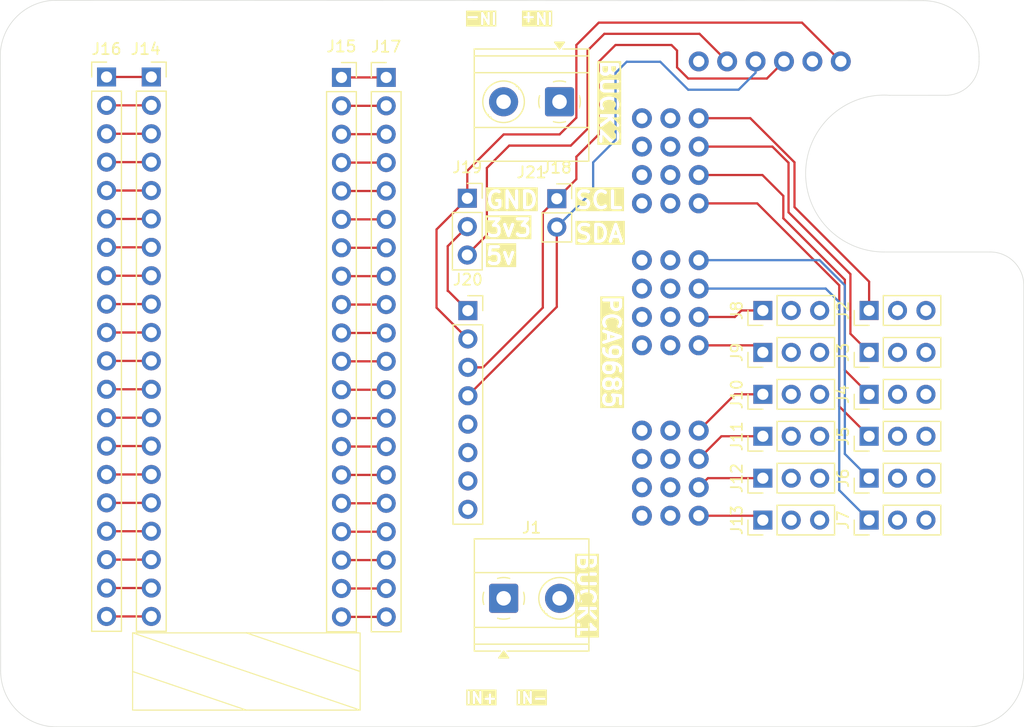
<source format=kicad_pcb>
(kicad_pcb (version 20241229) (generator "pcbnew") (generator_version "9.0")
  (layers (0 "F.Cu" signal) (4 "In1.Cu" signal) (6 "In2.Cu" signal) (2 "B.Cu" signal) (13 "F.Paste" user) (15 "B.Paste" user) (5 "F.SilkS" user "F.Silkscreen") (7 "B.SilkS" user "B.Silkscreen") (1 "F.Mask" user) (3 "B.Mask" user) (25 "Edge.Cuts" user))
  (net 0 "")
  (net 1 "/S1-GND")
  (net 2 "/S1-PWR")
  (net 3 "/PWM-0")
  (net 4 "/PWM-1")
  (net 5 "/PWM-2")
  (net 6 "/PWM-3")
  (net 7 "/PWM-4")
  (net 8 "/PWM-5")
  (net 9 "/PWM-6")
  (net 10 "/S2-PWR")
  (net 11 "/S2-GND")
  (net 12 "/PWM-7")
  (net 13 "/PWM-8")
  (net 14 "/PWM-9")
  (net 15 "/PWM-10")
  (net 16 "/PWM-11")
  (net 17 "/ESP-32Pin")
  (net 18 "/Global SDA")
  (net 19 "/Global SCL")
  (net 20 "/ESP32-5v")
  (net 21 "/ESP32-GND")
  (net 22 "/ESP32-3v3")
  (footprint "Connector_PinHeader_2.54mm:PinHeader_1x03_P2.54mm_Vertical" (layer "F.Cu") (at 146.17 88 90)
    (property "Reference" "J9" (at 0 -2.33 90) (layer "F.SilkS"))
    (property "Value" "Conn_01x03_MountingPin")
    (pad "1" thru_hole rect (at 0 0 90) (size 1.7 1.7) (drill 1) (layers "*.Cu" "*.Mask") (net 12 "/PWM-7"))
    (pad "2" thru_hole oval (at 0 2.54 90) (size 1.7 1.7) (drill 1) (layers "*.Cu" "*.Mask") (net 10 "/S2-PWR"))
    (pad "3" thru_hole oval (at 0 5.08 90) (size 1.7 1.7) (drill 1) (layers "*.Cu" "*.Mask") (net 11 "/S2-GND"))
  )
  (footprint "Connector_PinSocket_2.54mm:PinSocket_1x20_P2.54mm_Vertical" (layer "F.Cu") (at 91.5 63.36)
    (property "Reference" "J14" (at -0.5 -2.5 0) (layer "F.SilkS"))
    (property "Value" "Conn_01x20_Socket")
    (pad "1" thru_hole rect (at 0 0) (size 1.7 1.7) (drill 1) (layers "*.Cu" "*.Mask") (net 17 "/ESP-32Pin"))
    (pad "2" thru_hole oval (at 0 2.54) (size 1.7 1.7) (drill 1) (layers "*.Cu" "*.Mask") (net 17 "/ESP-32Pin"))
    (pad "3" thru_hole oval (at 0 5.08) (size 1.7 1.7) (drill 1) (layers "*.Cu" "*.Mask") (net 17 "/ESP-32Pin"))
    (pad "4" thru_hole oval (at 0 7.62) (size 1.7 1.7) (drill 1) (layers "*.Cu" "*.Mask") (net 17 "/ESP-32Pin"))
    (pad "5" thru_hole oval (at 0 10.16) (size 1.7 1.7) (drill 1) (layers "*.Cu" "*.Mask") (net 17 "/ESP-32Pin"))
    (pad "6" thru_hole oval (at 0 12.7) (size 1.7 1.7) (drill 1) (layers "*.Cu" "*.Mask") (net 17 "/ESP-32Pin"))
    (pad "7" thru_hole oval (at 0 15.24) (size 1.7 1.7) (drill 1) (layers "*.Cu" "*.Mask") (net 17 "/ESP-32Pin"))
    (pad "8" thru_hole oval (at 0 17.78) (size 1.7 1.7) (drill 1) (layers "*.Cu" "*.Mask") (net 17 "/ESP-32Pin"))
    (pad "9" thru_hole oval (at 0 20.32) (size 1.7 1.7) (drill 1) (layers "*.Cu" "*.Mask") (net 17 "/ESP-32Pin"))
    (pad "10" thru_hole oval (at 0 22.86) (size 1.7 1.7) (drill 1) (layers "*.Cu" "*.Mask") (net 17 "/ESP-32Pin"))
    (pad "11" thru_hole oval (at 0 25.4) (size 1.7 1.7) (drill 1) (layers "*.Cu" "*.Mask") (net 17 "/ESP-32Pin"))
    (pad "12" thru_hole oval (at 0 27.94) (size 1.7 1.7) (drill 1) (layers "*.Cu" "*.Mask") (net 17 "/ESP-32Pin"))
    (pad "13" thru_hole oval (at 0 30.48) (size 1.7 1.7) (drill 1) (layers "*.Cu" "*.Mask") (net 17 "/ESP-32Pin"))
    (pad "14" thru_hole oval (at 0 33.02) (size 1.7 1.7) (drill 1) (layers "*.Cu" "*.Mask") (net 17 "/ESP-32Pin"))
    (pad "15" thru_hole oval (at 0 35.56) (size 1.7 1.7) (drill 1) (layers "*.Cu" "*.Mask") (net 17 "/ESP-32Pin"))
    (pad "16" thru_hole oval (at 0 38.1) (size 1.7 1.7) (drill 1) (layers "*.Cu" "*.Mask") (net 17 "/ESP-32Pin"))
    (pad "17" thru_hole oval (at 0 40.64) (size 1.7 1.7) (drill 1) (layers "*.Cu" "*.Mask") (net 17 "/ESP-32Pin"))
    (pad "18" thru_hole oval (at 0 43.18) (size 1.7 1.7) (drill 1) (layers "*.Cu" "*.Mask") (net 17 "/ESP-32Pin"))
    (pad "19" thru_hole oval (at 0 45.72) (size 1.7 1.7) (drill 1) (layers "*.Cu" "*.Mask") (net 17 "/ESP-32Pin"))
    (pad "20" thru_hole oval (at 0 48.26) (size 1.7 1.7) (drill 1) (layers "*.Cu" "*.Mask") (net 17 "/ESP-32Pin"))
  )
  (footprint "Connector_PinHeader_2.54mm:PinHeader_1x03_P2.54mm_Vertical" (layer "F.Cu") (at 155.67 99.25 90)
    (property "Reference" "J6" (at 0 -2.33 90) (layer "F.SilkS"))
    (property "Value" "Conn_01x03_MountingPin")
    (pad "1" thru_hole rect (at 0 0 90) (size 1.7 1.7) (drill 1) (layers "*.Cu" "*.Mask") (net 7 "/PWM-4"))
    (pad "2" thru_hole oval (at 0 2.54 90) (size 1.7 1.7) (drill 1) (layers "*.Cu" "*.Mask") (net 2 "/S1-PWR"))
    (pad "3" thru_hole oval (at 0 5.08 90) (size 1.7 1.7) (drill 1) (layers "*.Cu" "*.Mask") (net 1 "/S1-GND"))
  )
  (footprint "Connector_PinSocket_2.54mm:PinSocket_1x02_P2.54mm_Vertical" (layer "F.Cu") (at 127.75 74.25)
    (property "Reference" "J18" (at 0 -2.77 0) (layer "F.SilkS"))
    (property "Value" "Conn_01x02_Pin")
    (pad "1" thru_hole rect (at 0 0) (size 1.7 1.7) (drill 1) (layers "*.Cu" "*.Mask") (net 19 "/Global SCL"))
    (pad "2" thru_hole oval (at 0 2.54) (size 1.7 1.7) (drill 1) (layers "*.Cu" "*.Mask") (net 18 "/Global SDA"))
  )
  (footprint "TerminalBlock_Phoenix:TerminalBlock_Phoenix_MKDS-1,5-2_1x02_P5.00mm_Horizontal" (layer "F.Cu") (at 127.993453 65.5775 180)
    (property "Reference" "J21" (at 2.5 -6.32 0) (layer "F.SilkS"))
    (property "Value" "Screw_Terminal_01x02")
    (pad "1" thru_hole roundrect (at 0 0 180) (size 2.6 2.6) (drill 1.3) (layers "*.Cu" "*.Mask") (roundrect_rratio 0.096154) (net 10 "/S2-PWR"))
    (pad "2" thru_hole circle (at 5 0 180) (size 2.6 2.6) (drill 1.3) (layers "*.Cu" "*.Mask") (net 11 "/S2-GND"))
  )
  (footprint "Connector_PinHeader_2.54mm:PinHeader_1x03_P2.54mm_Vertical" (layer "F.Cu") (at 155.67 91.75 90)
    (property "Reference" "J4" (at 0 -2.33 90) (layer "F.SilkS"))
    (property "Value" "Conn_01x03_MountingPin")
    (pad "1" thru_hole rect (at 0 0 90) (size 1.7 1.7) (drill 1) (layers "*.Cu" "*.Mask") (net 5 "/PWM-2"))
    (pad "2" thru_hole oval (at 0 2.54 90) (size 1.7 1.7) (drill 1) (layers "*.Cu" "*.Mask") (net 2 "/S1-PWR"))
    (pad "3" thru_hole oval (at 0 5.08 90) (size 1.7 1.7) (drill 1) (layers "*.Cu" "*.Mask") (net 1 "/S1-GND"))
  )
  (footprint "Connector_PinHeader_2.54mm:PinHeader_1x20_P2.54mm_Vertical" (layer "F.Cu") (at 112.5 63.4)
    (property "Reference" "J17" (at 0 -2.75 0) (layer "F.SilkS"))
    (property "Value" "Conn_01x20_Pin")
    (pad "1" thru_hole rect (at 0 0) (size 1.7 1.7) (drill 1) (layers "*.Cu" "*.Mask") (net 17 "/ESP-32Pin"))
    (pad "2" thru_hole oval (at 0 2.54) (size 1.7 1.7) (drill 1) (layers "*.Cu" "*.Mask") (net 17 "/ESP-32Pin"))
    (pad "3" thru_hole oval (at 0 5.08) (size 1.7 1.7) (drill 1) (layers "*.Cu" "*.Mask") (net 17 "/ESP-32Pin"))
    (pad "4" thru_hole oval (at 0 7.62) (size 1.7 1.7) (drill 1) (layers "*.Cu" "*.Mask") (net 17 "/ESP-32Pin"))
    (pad "5" thru_hole oval (at 0 10.16) (size 1.7 1.7) (drill 1) (layers "*.Cu" "*.Mask") (net 17 "/ESP-32Pin"))
    (pad "6" thru_hole oval (at 0 12.7) (size 1.7 1.7) (drill 1) (layers "*.Cu" "*.Mask") (net 17 "/ESP-32Pin"))
    (pad "7" thru_hole oval (at 0 15.24) (size 1.7 1.7) (drill 1) (layers "*.Cu" "*.Mask") (net 17 "/ESP-32Pin"))
    (pad "8" thru_hole oval (at 0 17.78) (size 1.7 1.7) (drill 1) (layers "*.Cu" "*.Mask") (net 17 "/ESP-32Pin"))
    (pad "9" thru_hole oval (at 0 20.32) (size 1.7 1.7) (drill 1) (layers "*.Cu" "*.Mask") (net 17 "/ESP-32Pin"))
    (pad "10" thru_hole oval (at 0 22.86) (size 1.7 1.7) (drill 1) (layers "*.Cu" "*.Mask") (net 17 "/ESP-32Pin"))
    (pad "11" thru_hole oval (at 0 25.4) (size 1.7 1.7) (drill 1) (layers "*.Cu" "*.Mask") (net 17 "/ESP-32Pin"))
    (pad "12" thru_hole oval (at 0 27.94) (size 1.7 1.7) (drill 1) (layers "*.Cu" "*.Mask") (net 17 "/ESP-32Pin"))
    (pad "13" thru_hole oval (at 0 30.48) (size 1.7 1.7) (drill 1) (layers "*.Cu" "*.Mask") (net 17 "/ESP-32Pin"))
    (pad "14" thru_hole oval (at 0 33.02) (size 1.7 1.7) (drill 1) (layers "*.Cu" "*.Mask") (net 17 "/ESP-32Pin"))
    (pad "15" thru_hole oval (at 0 35.56) (size 1.7 1.7) (drill 1) (layers "*.Cu" "*.Mask") (net 17 "/ESP-32Pin"))
    (pad "16" thru_hole oval (at 0 38.1) (size 1.7 1.7) (drill 1) (layers "*.Cu" "*.Mask") (net 17 "/ESP-32Pin"))
    (pad "17" thru_hole oval (at 0 40.64) (size 1.7 1.7) (drill 1) (layers "*.Cu" "*.Mask") (net 17 "/ESP-32Pin"))
    (pad "18" thru_hole oval (at 0 43.18) (size 1.7 1.7) (drill 1) (layers "*.Cu" "*.Mask") (net 17 "/ESP-32Pin"))
    (pad "19" thru_hole oval (at 0 45.72) (size 1.7 1.7) (drill 1) (layers "*.Cu" "*.Mask") (net 17 "/ESP-32Pin"))
    (pad "20" thru_hole oval (at 0 48.26) (size 1.7 1.7) (drill 1) (layers "*.Cu" "*.Mask") (net 17 "/ESP-32Pin"))
  )
  (footprint "Connector_PinHeader_2.54mm:PinHeader_1x03_P2.54mm_Vertical" (layer "F.Cu") (at 146.17 103 90)
    (property "Reference" "J13" (at 0 -2.33 90) (layer "F.SilkS"))
    (property "Value" "Conn_01x03_MountingPin")
    (pad "1" thru_hole rect (at 0 0 90) (size 1.7 1.7) (drill 1) (layers "*.Cu" "*.Mask") (net 16 "/PWM-11"))
    (pad "2" thru_hole oval (at 0 2.54 90) (size 1.7 1.7) (drill 1) (layers "*.Cu" "*.Mask") (net 10 "/S2-PWR"))
    (pad "3" thru_hole oval (at 0 5.08 90) (size 1.7 1.7) (drill 1) (layers "*.Cu" "*.Mask") (net 11 "/S2-GND"))
  )
  (footprint "Connector_PinHeader_2.54mm:PinHeader_1x03_P2.54mm_Vertical" (layer "F.Cu") (at 155.67 88 90)
    (property "Reference" "J3" (at 0 -2.33 90) (layer "F.SilkS"))
    (property "Value" "Conn_01x03_MountingPin")
    (pad "1" thru_hole rect (at 0 0 90) (size 1.7 1.7) (drill 1) (layers "*.Cu" "*.Mask") (net 4 "/PWM-1"))
    (pad "2" thru_hole oval (at 0 2.54 90) (size 1.7 1.7) (drill 1) (layers "*.Cu" "*.Mask") (net 2 "/S1-PWR"))
    (pad "3" thru_hole oval (at 0 5.08 90) (size 1.7 1.7) (drill 1) (layers "*.Cu" "*.Mask") (net 1 "/S1-GND"))
  )
  (footprint "Connector_PinSocket_2.54mm:PinSocket_1x20_P2.54mm_Vertical" (layer "F.Cu") (at 108.5 63.4)
    (property "Reference" "J15" (at 0 -2.77 0) (layer "F.SilkS"))
    (property "Value" "Conn_01x20_Socket")
    (pad "1" thru_hole rect (at 0 0) (size 1.7 1.7) (drill 1) (layers "*.Cu" "*.Mask") (net 17 "/ESP-32Pin"))
    (pad "2" thru_hole oval (at 0 2.54) (size 1.7 1.7) (drill 1) (layers "*.Cu" "*.Mask") (net 17 "/ESP-32Pin"))
    (pad "3" thru_hole oval (at 0 5.08) (size 1.7 1.7) (drill 1) (layers "*.Cu" "*.Mask") (net 17 "/ESP-32Pin"))
    (pad "4" thru_hole oval (at 0 7.62) (size 1.7 1.7) (drill 1) (layers "*.Cu" "*.Mask") (net 17 "/ESP-32Pin"))
    (pad "5" thru_hole oval (at 0 10.16) (size 1.7 1.7) (drill 1) (layers "*.Cu" "*.Mask") (net 17 "/ESP-32Pin"))
    (pad "6" thru_hole oval (at 0 12.7) (size 1.7 1.7) (drill 1) (layers "*.Cu" "*.Mask") (net 17 "/ESP-32Pin"))
    (pad "7" thru_hole oval (at 0 15.24) (size 1.7 1.7) (drill 1) (layers "*.Cu" "*.Mask") (net 17 "/ESP-32Pin"))
    (pad "8" thru_hole oval (at 0 17.78) (size 1.7 1.7) (drill 1) (layers "*.Cu" "*.Mask") (net 17 "/ESP-32Pin"))
    (pad "9" thru_hole oval (at 0 20.32) (size 1.7 1.7) (drill 1) (layers "*.Cu" "*.Mask") (net 17 "/ESP-32Pin"))
    (pad "10" thru_hole oval (at 0 22.86) (size 1.7 1.7) (drill 1) (layers "*.Cu" "*.Mask") (net 17 "/ESP-32Pin"))
    (pad "11" thru_hole oval (at 0 25.4) (size 1.7 1.7) (drill 1) (layers "*.Cu" "*.Mask") (net 17 "/ESP-32Pin"))
    (pad "12" thru_hole oval (at 0 27.94) (size 1.7 1.7) (drill 1) (layers "*.Cu" "*.Mask") (net 17 "/ESP-32Pin"))
    (pad "13" thru_hole oval (at 0 30.48) (size 1.7 1.7) (drill 1) (layers "*.Cu" "*.Mask") (net 17 "/ESP-32Pin"))
    (pad "14" thru_hole oval (at 0 33.02) (size 1.7 1.7) (drill 1) (layers "*.Cu" "*.Mask") (net 17 "/ESP-32Pin"))
    (pad "15" thru_hole oval (at 0 35.56) (size 1.7 1.7) (drill 1) (layers "*.Cu" "*.Mask") (net 17 "/ESP-32Pin"))
    (pad "16" thru_hole oval (at 0 38.1) (size 1.7 1.7) (drill 1) (layers "*.Cu" "*.Mask") (net 17 "/ESP-32Pin"))
    (pad "17" thru_hole oval (at 0 40.64) (size 1.7 1.7) (drill 1) (layers "*.Cu" "*.Mask") (net 17 "/ESP-32Pin"))
    (pad "18" thru_hole oval (at 0 43.18) (size 1.7 1.7) (drill 1) (layers "*.Cu" "*.Mask") (net 17 "/ESP-32Pin"))
    (pad "19" thru_hole oval (at 0 45.72) (size 1.7 1.7) (drill 1) (layers "*.Cu" "*.Mask") (net 17 "/ESP-32Pin"))
    (pad "20" thru_hole oval (at 0 48.26) (size 1.7 1.7) (drill 1) (layers "*.Cu" "*.Mask") (net 17 "/ESP-32Pin"))
  )
  (footprint "Connector_PinHeader_2.54mm:PinHeader_1x03_P2.54mm_Vertical" (layer "F.Cu") (at 146.17 95.5 90)
    (property "Reference" "J11" (at 0 -2.33 90) (layer "F.SilkS"))
    (property "Value" "Conn_01x03_MountingPin")
    (pad "1" thru_hole rect (at 0 0 90) (size 1.7 1.7) (drill 1) (layers "*.Cu" "*.Mask") (net 14 "/PWM-9"))
    (pad "2" thru_hole oval (at 0 2.54 90) (size 1.7 1.7) (drill 1) (layers "*.Cu" "*.Mask") (net 10 "/S2-PWR"))
    (pad "3" thru_hole oval (at 0 5.08 90) (size 1.7 1.7) (drill 1) (layers "*.Cu" "*.Mask") (net 11 "/S2-GND"))
  )
  (footprint "TerminalBlock_Phoenix:TerminalBlock_Phoenix_MKDS-1,5-2_1x02_P5.00mm_Horizontal" (layer "F.Cu") (at 123 110)
    (property "Reference" "J1" (at 2.5 -6.32 0) (layer "F.SilkS"))
    (property "Value" "Screw_Terminal_01x02")
    (pad "1" thru_hole roundrect (at 0 0) (size 2.6 2.6) (drill 1.3) (layers "*.Cu" "*.Mask") (roundrect_rratio 0.096154) (net 2 "/S1-PWR"))
    (pad "2" thru_hole circle (at 5 0) (size 2.6 2.6) (drill 1.3) (layers "*.Cu" "*.Mask") (net 1 "/S1-GND"))
  )
  (footprint "Connector_PinHeader_2.54mm:PinHeader_1x20_P2.54mm_Vertical" (layer "F.Cu") (at 87.5 63.36)
    (property "Reference" "J16" (at 0 -2.5 0) (layer "F.SilkS"))
    (property "Value" "Conn_01x20_Pin")
    (pad "1" thru_hole rect (at 0 0) (size 1.7 1.7) (drill 1) (layers "*.Cu" "*.Mask") (net 17 "/ESP-32Pin"))
    (pad "2" thru_hole oval (at 0 2.54) (size 1.7 1.7) (drill 1) (layers "*.Cu" "*.Mask") (net 17 "/ESP-32Pin"))
    (pad "3" thru_hole oval (at 0 5.08) (size 1.7 1.7) (drill 1) (layers "*.Cu" "*.Mask") (net 17 "/ESP-32Pin"))
    (pad "4" thru_hole oval (at 0 7.62) (size 1.7 1.7) (drill 1) (layers "*.Cu" "*.Mask") (net 17 "/ESP-32Pin"))
    (pad "5" thru_hole oval (at 0 10.16) (size 1.7 1.7) (drill 1) (layers "*.Cu" "*.Mask") (net 17 "/ESP-32Pin"))
    (pad "6" thru_hole oval (at 0 12.7) (size 1.7 1.7) (drill 1) (layers "*.Cu" "*.Mask") (net 17 "/ESP-32Pin"))
    (pad "7" thru_hole oval (at 0 15.24) (size 1.7 1.7) (drill 1) (layers "*.Cu" "*.Mask") (net 17 "/ESP-32Pin"))
    (pad "8" thru_hole oval (at 0 17.78) (size 1.7 1.7) (drill 1) (layers "*.Cu" "*.Mask") (net 17 "/ESP-32Pin"))
    (pad "9" thru_hole oval (at 0 20.32) (size 1.7 1.7) (drill 1) (layers "*.Cu" "*.Mask") (net 17 "/ESP-32Pin"))
    (pad "10" thru_hole oval (at 0 22.86) (size 1.7 1.7) (drill 1) (layers "*.Cu" "*.Mask") (net 17 "/ESP-32Pin"))
    (pad "11" thru_hole oval (at 0 25.4) (size 1.7 1.7) (drill 1) (layers "*.Cu" "*.Mask") (net 17 "/ESP-32Pin"))
    (pad "12" thru_hole oval (at 0 27.94) (size 1.7 1.7) (drill 1) (layers "*.Cu" "*.Mask") (net 17 "/ESP-32Pin"))
    (pad "13" thru_hole oval (at 0 30.48) (size 1.7 1.7) (drill 1) (layers "*.Cu" "*.Mask") (net 17 "/ESP-32Pin"))
    (pad "14" thru_hole oval (at 0 33.02) (size 1.7 1.7) (drill 1) (layers "*.Cu" "*.Mask") (net 17 "/ESP-32Pin"))
    (pad "15" thru_hole oval (at 0 35.56) (size 1.7 1.7) (drill 1) (layers "*.Cu" "*.Mask") (net 17 "/ESP-32Pin"))
    (pad "16" thru_hole oval (at 0 38.1) (size 1.7 1.7) (drill 1) (layers "*.Cu" "*.Mask") (net 17 "/ESP-32Pin"))
    (pad "17" thru_hole oval (at 0 40.64) (size 1.7 1.7) (drill 1) (layers "*.Cu" "*.Mask") (net 17 "/ESP-32Pin"))
    (pad "18" thru_hole oval (at 0 43.18) (size 1.7 1.7) (drill 1) (layers "*.Cu" "*.Mask") (net 17 "/ESP-32Pin"))
    (pad "19" thru_hole oval (at 0 45.72) (size 1.7 1.7) (drill 1) (layers "*.Cu" "*.Mask") (net 17 "/ESP-32Pin"))
    (pad "20" thru_hole oval (at 0 48.26) (size 1.7 1.7) (drill 1) (layers "*.Cu" "*.Mask") (net 17 "/ESP-32Pin"))
  )
  (footprint "Connector_PinHeader_2.54mm:PinHeader_1x03_P2.54mm_Vertical" (layer "F.Cu") (at 146.17 84.25 90)
    (property "Reference" "J8" (at 0 -2.33 90) (layer "F.SilkS"))
    (property "Value" "Conn_01x03_MountingPin")
    (pad "1" thru_hole rect (at 0 0 90) (size 1.7 1.7) (drill 1) (layers "*.Cu" "*.Mask") (net 9 "/PWM-6"))
    (pad "2" thru_hole oval (at 0 2.54 90) (size 1.7 1.7) (drill 1) (layers "*.Cu" "*.Mask") (net 10 "/S2-PWR"))
    (pad "3" thru_hole oval (at 0 5.08 90) (size 1.7 1.7) (drill 1) (layers "*.Cu" "*.Mask") (net 11 "/S2-GND"))
  )
  (footprint "Connector_PinHeader_2.54mm:PinHeader_1x03_P2.54mm_Vertical" (layer "F.Cu") (at 155.67 95.5 90)
    (property "Reference" "J5" (at 0 -2.33 90) (layer "F.SilkS"))
    (property "Value" "Conn_01x03_MountingPin")
    (pad "1" thru_hole rect (at 0 0 90) (size 1.7 1.7) (drill 1) (layers "*.Cu" "*.Mask") (net 6 "/PWM-3"))
    (pad "2" thru_hole oval (at 0 2.54 90) (size 1.7 1.7) (drill 1) (layers "*.Cu" "*.Mask") (net 2 "/S1-PWR"))
    (pad "3" thru_hole oval (at 0 5.08 90) (size 1.7 1.7) (drill 1) (layers "*.Cu" "*.Mask") (net 1 "/S1-GND"))
  )
  (footprint "Connector_PinHeader_2.54mm:PinHeader_1x03_P2.54mm_Vertical" (layer "F.Cu") (at 146.17 91.75 90)
    (property "Reference" "J10" (at 0 -2.33 90) (layer "F.SilkS"))
    (property "Value" "Conn_01x03_MountingPin")
    (pad "1" thru_hole rect (at 0 0 90) (size 1.7 1.7) (drill 1) (layers "*.Cu" "*.Mask") (net 13 "/PWM-8"))
    (pad "2" thru_hole oval (at 0 2.54 90) (size 1.7 1.7) (drill 1) (layers "*.Cu" "*.Mask") (net 10 "/S2-PWR"))
    (pad "3" thru_hole oval (at 0 5.08 90) (size 1.7 1.7) (drill 1) (layers "*.Cu" "*.Mask") (net 11 "/S2-GND"))
  )
  (footprint "Connector_PinSocket_2.54mm:PinSocket_1x08_P2.54mm_Vertical" (layer "F.Cu") (at 119.8 84.26)
    (property "Reference" "J20" (at 0 -2.77 0) (layer "F.SilkS"))
    (property "Value" "Conn_01x08_Pin")
    (pad "1" thru_hole rect (at 0 0) (size 1.7 1.7) (drill 1) (layers "*.Cu" "*.Mask") (net 22 "/ESP32-3v3"))
    (pad "2" thru_hole oval (at 0 2.54) (size 1.7 1.7) (drill 1) (layers "*.Cu" "*.Mask") (net 21 "/ESP32-GND"))
    (pad "3" thru_hole oval (at 0 5.08) (size 1.7 1.7) (drill 1) (layers "*.Cu" "*.Mask") (net 19 "/Global SCL"))
    (pad "4" thru_hole oval (at 0 7.62) (size 1.7 1.7) (drill 1) (layers "*.Cu" "*.Mask") (net 18 "/Global SDA"))
    (pad "5" thru_hole oval (at 0 10.16) (size 1.7 1.7) (drill 1) (layers "*.Cu" "*.Mask"))
    (pad "6" thru_hole oval (at 0 12.7) (size 1.7 1.7) (drill 1) (layers "*.Cu" "*.Mask"))
    (pad "7" thru_hole oval (at 0 15.24) (size 1.7 1.7) (drill 1) (layers "*.Cu" "*.Mask"))
    (pad "8" thru_hole oval (at 0 17.78) (size 1.7 1.7) (drill 1) (layers "*.Cu" "*.Mask"))
  )
  (footprint "Connector_PinHeader_2.54mm:PinHeader_1x03_P2.54mm_Vertical" (layer "F.Cu") (at 146.17 99.25 90)
    (property "Reference" "J12" (at 0 -2.33 90) (layer "F.SilkS"))
    (property "Value" "Conn_01x03_MountingPin")
    (pad "1" thru_hole rect (at 0 0 90) (size 1.7 1.7) (drill 1) (layers "*.Cu" "*.Mask") (net 15 "/PWM-10"))
    (pad "2" thru_hole oval (at 0 2.54 90) (size 1.7 1.7) (drill 1) (layers "*.Cu" "*.Mask") (net 10 "/S2-PWR"))
    (pad "3" thru_hole oval (at 0 5.08 90) (size 1.7 1.7) (drill 1) (layers "*.Cu" "*.Mask") (net 11 "/S2-GND"))
  )
  (footprint "Connector_PinSocket_2.54mm:PinSocket_1x03_P2.54mm_Vertical" (layer "F.Cu") (at 119.75 74.21)
    (property "Reference" "J19" (at 0 -2.77 0) (layer "F.SilkS"))
    (property "Value" "Conn_01x03_Pin")
    (pad "1" thru_hole rect (at 0 0) (size 1.7 1.7) (drill 1) (layers "*.Cu" "*.Mask") (net 21 "/ESP32-GND"))
    (pad "2" thru_hole oval (at 0 2.54) (size 1.7 1.7) (drill 1) (layers "*.Cu" "*.Mask") (net 22 "/ESP32-3v3"))
    (pad "3" thru_hole oval (at 0 5.08) (size 1.7 1.7) (drill 1) (layers "*.Cu" "*.Mask") (net 20 "/ESP32-5v"))
  )
  (footprint "Connector_PinHeader_2.54mm:PinHeader_1x03_P2.54mm_Vertical" (layer "F.Cu") (at 155.67 103 90)
    (property "Reference" "J7" (at 0 -2.33 90) (layer "F.SilkS"))
    (property "Value" "Conn_01x03_MountingPin")
    (pad "1" thru_hole rect (at 0 0 90) (size 1.7 1.7) (drill 1) (layers "*.Cu" "*.Mask") (net 8 "/PWM-5"))
    (pad "2" thru_hole oval (at 0 2.54 90) (size 1.7 1.7) (drill 1) (layers "*.Cu" "*.Mask") (net 2 "/S1-PWR"))
    (pad "3" thru_hole oval (at 0 5.08 90) (size 1.7 1.7) (drill 1) (layers "*.Cu" "*.Mask") (net 1 "/S1-GND"))
  )
  (footprint "spotmicro:MODULE_815" (layer "F.Cu") (at 146.663 91.18 -90)
    (property "Reference" "U2" (hide yes))
    (property "Value" "PCA9685" (hide yes))
    (pad "0" thru_hole circle (at -24.13 6.223 270) (size 1.778 1.778) (drill 1) (layers "*.Cu" "*.Mask") (net 3 "/PWM-0"))
    (pad "1" thru_hole circle (at -21.59 6.223 270) (size 1.778 1.778) (drill 1) (layers "*.Cu" "*.Mask") (net 4 "/PWM-1"))
    (pad "2" thru_hole circle (at -19.05 6.223 270) (size 1.778 1.778) (drill 1) (layers "*.Cu" "*.Mask") (net 5 "/PWM-2"))
    (pad "3" thru_hole circle (at -16.51 6.223 270) (size 1.778 1.778) (drill 1) (layers "*.Cu" "*.Mask") (net 6 "/PWM-3"))
    (pad "4" thru_hole circle (at -11.43 6.223 270) (size 1.778 1.778) (drill 1) (layers "*.Cu" "*.Mask") (net 7 "/PWM-4"))
    (pad "5" thru_hole circle (at -8.89 6.223 270) (size 1.778 1.778) (drill 1) (layers "*.Cu" "*.Mask") (net 8 "/PWM-5"))
    (pad "6" thru_hole circle (at -6.35 6.223 270) (size 1.778 1.778) (drill 1) (layers "*.Cu" "*.Mask") (net 9 "/PWM-6"))
    (pad "7" thru_hole circle (at -3.81 6.223 270) (size 1.778 1.778) (drill 1) (layers "*.Cu" "*.Mask") (net 12 "/PWM-7"))
    (pad "8" thru_hole circle (at 3.81 6.223 270) (size 1.778 1.778) (drill 1) (layers "*.Cu" "*.Mask") (net 13 "/PWM-8"))
    (pad "9" thru_hole circle (at 6.35 6.223 270) (size 1.778 1.778) (drill 1) (layers "*.Cu" "*.Mask") (net 14 "/PWM-9"))
    (pad "10" thru_hole circle (at 8.89 6.223 270) (size 1.778 1.778) (drill 1) (layers "*.Cu" "*.Mask") (net 15 "/PWM-10"))
    (pad "11" thru_hole circle (at 11.43 6.223 270) (size 1.778 1.778) (drill 1) (layers "*.Cu" "*.Mask") (net 16 "/PWM-11"))
    (pad "GND_1" thru_hole circle (at -29.21 -6.477 270) (size 1.778 1.778) (drill 1.016) (layers "*.Cu" "*.Mask") (net 21 "/ESP32-GND"))
    (pad "GND_3" thru_hole circle (at -24.13 11.303 270) (size 1.778 1.778) (drill 1) (layers "*.Cu" "*.Mask"))
    (pad "GND_4" thru_hole circle (at -21.59 11.303 270) (size 1.778 1.778) (drill 1) (layers "*.Cu" "*.Mask"))
    (pad "GND_5" thru_hole circle (at -19.05 11.303 270) (size 1.778 1.778) (drill 1) (layers "*.Cu" "*.Mask"))
    (pad "GND_6" thru_hole circle (at -16.51 11.303 270) (size 1.778 1.778) (drill 1) (layers "*.Cu" "*.Mask"))
    (pad "GND_7" thru_hole circle (at -11.43 11.303 270) (size 1.778 1.778) (drill 1) (layers "*.Cu" "*.Mask"))
    (pad "GND_8" thru_hole circle (at -8.89 11.303 270) (size 1.778 1.778) (drill 1) (layers "*.Cu" "*.Mask"))
    (pad "GND_9" thru_hole circle (at -6.35 11.303 270) (size 1.778 1.778) (drill 1) (layers "*.Cu" "*.Mask"))
    (pad "GND_10" thru_hole circle (at -3.81 11.303 270) (size 1.778 1.778) (drill 1) (layers "*.Cu" "*.Mask"))
    (pad "GND_11" thru_hole circle (at 3.81 11.303 270) (size 1.778 1.778) (drill 1) (layers "*.Cu" "*.Mask"))
    (pad "GND_12" thru_hole circle (at 6.35 11.303 270) (size 1.778 1.778) (drill 1) (layers "*.Cu" "*.Mask"))
    (pad "GND_13" thru_hole circle (at 8.89 11.303 270) (size 1.778 1.778) (drill 1) (layers "*.Cu" "*.Mask"))
    (pad "GND_14" thru_hole circle (at 11.43 11.303 270) (size 1.778 1.778) (drill 1) (layers "*.Cu" "*.Mask"))
    (pad "OE_1" thru_hole circle (at -29.21 -3.937 270) (size 1.778 1.778) (drill 1.016) (layers "*.Cu" "*.Mask"))
    (pad "SCL_1" thru_hole circle (at -29.21 -1.397 270) (size 1.778 1.778) (drill 1.016) (layers "*.Cu" "*.Mask") (net 19 "/Global SCL"))
    (pad "SDA_1" thru_hole circle (at -29.21 1.143 270) (size 1.778 1.778) (drill 1.016) (layers "*.Cu" "*.Mask") (net 18 "/Global SDA"))
    (pad "V+_1" thru_hole circle (at -29.21 6.223 270) (size 1.778 1.778) (drill 1.016) (layers "*.Cu" "*.Mask"))
    (pad "V+_3" thru_hole circle (at -24.13 8.763 270) (size 1.778 1.778) (drill 1) (layers "*.Cu" "*.Mask"))
    (pad "V+_4" thru_hole circle (at -21.59 8.763 270) (size 1.778 1.778) (drill 1) (layers "*.Cu" "*.Mask"))
    (pad "V+_5" thru_hole circle (at -19.05 8.763 270) (size 1.778 1.778) (drill 1) (layers "*.Cu" "*.Mask"))
    (pad "V+_6" thru_hole circle (at -16.51 8.763 270) (size 1.778 1.778) (drill 1) (layers "*.Cu" "*.Mask"))
    (pad "V+_7" thru_hole circle (at -11.43 8.763 270) (size 1.778 1.778) (drill 1) (layers "*.Cu" "*.Mask"))
    (pad "V+_8" thru_hole circle (at -8.89 8.763 270) (size 1.778 1.778) (drill 1) (layers "*.Cu" "*.Mask"))
    (pad "V+_9" thru_hole circle (at -6.35 8.763 270) (size 1.778 1.778) (drill 1) (layers "*.Cu" "*.Mask"))
    (pad "V+_10" thru_hole circle (at -3.81 8.763 270) (size 1.778 1.778) (drill 1) (layers "*.Cu" "*.Mask"))
    (pad "V+_11" thru_hole circle (at 3.81 8.763 270) (size 1.778 1.778) (drill 1) (layers "*.Cu" "*.Mask"))
    (pad "V+_12" thru_hole circle (at 6.35 8.763 270) (size 1.778 1.778) (drill 1) (layers "*.Cu" "*.Mask"))
    (pad "V+_13" thru_hole circle (at 8.89 8.763 270) (size 1.778 1.778) (drill 1) (layers "*.Cu" "*.Mask"))
    (pad "V+_14" thru_hole circle (at 11.43 8.763 270) (size 1.778 1.778) (drill 1) (layers "*.Cu" "*.Mask"))
    (pad "VCC_1" thru_hole circle (at -29.21 3.683 270) (size 1.778 1.778) (drill 1.016) (layers "*.Cu" "*.Mask") (net 20 "/ESP32-5v"))
  )
  (footprint "Connector_PinHeader_2.54mm:PinHeader_1x03_P2.54mm_Vertical" (layer "F.Cu") (at 155.67 84.25 90)
    (property "Reference" "J2" (at 0 -2.33 90) (layer "F.SilkS"))
    (property "Value" "Conn_01x03_MountingPin")
    (pad "1" thru_hole rect (at 0 0 90) (size 1.7 1.7) (drill 1) (layers "*.Cu" "*.Mask") (net 3 "/PWM-0"))
    (pad "2" thru_hole oval (at 0 2.54 90) (size 1.7 1.7) (drill 1) (layers "*.Cu" "*.Mask") (net 2 "/S1-PWR"))
    (pad "3" thru_hole oval (at 0 5.08 90) (size 1.7 1.7) (drill 1) (layers "*.Cu" "*.Mask") (net 1 "/S1-GND"))
  )
  (gr_line (start 89.83 113.09) (end 110.17 120) (stroke (width 0.1)) (layer "F.SilkS"))
  (gr_line (start 100 113.09) (end 110.17 116.545) (stroke (width 0.1)) (layer "F.SilkS"))
  (gr_line (start 89.83 116.545) (end 100 120) (stroke (width 0.1)) (layer "F.SilkS"))
  (gr_rect (start 89.83 113.09) (end 110.17 120) (stroke (width 0.1)) (fill no) (layer "F.SilkS"))
  (gr_arc (start 83.035534 121.5) (mid 79.5 120.035534) (end 78.035534 116.5) (stroke (width 0.05)) (layer "Edge.Cuts"))
  (gr_line (start 157.013374 79.017993) (end 166.5 79.017831) (stroke (width 0.05)) (layer "Edge.Cuts"))
  (gr_line (start 165.499995 61.535534) (end 165.5 62) (stroke (width 0.05)) (layer "Edge.Cuts"))
  (gr_arc (start 157.013374 79.017993) (mid 150 71.75) (end 157.513374 65.000159) (stroke (width 0.05)) (layer "Edge.Cuts"))
  (gr_line (start 83.035534 121.5) (end 164.5 121.5) (stroke (width 0.05)) (layer "Edge.Cuts"))
  (gr_line (start 157.513374 65.000162) (end 162.5 65) (stroke (width 0.05)) (layer "Edge.Cuts"))
  (gr_line (start 169.5 82.017831) (end 169.5 116.5) (stroke (width 0.05)) (layer "Edge.Cuts"))
  (gr_arc (start 165.5 62) (mid 164.62132 64.12132) (end 162.5 65) (stroke (width 0.05)) (layer "Edge.Cuts"))
  (gr_line (start 78 61.5) (end 78.035534 116.5) (stroke (width 0.05)) (layer "Edge.Cuts"))
  (gr_arc (start 78 61.5) (mid 79.464466 57.964466) (end 83 56.5) (stroke (width 0.05)) (layer "Edge.Cuts"))
  (gr_line (start 160.499995 56.535534) (end 83 56.5) (stroke (width 0.05)) (layer "Edge.Cuts"))
  (gr_arc (start 160.499995 56.535534) (mid 164.035529 58) (end 165.499995 61.535534) (stroke (width 0.05)) (layer "Edge.Cuts"))
  (gr_arc (start 166.5 79.017831) (mid 168.62132 79.896511) (end 169.5 82.017831) (stroke (width 0.05)) (layer "Edge.Cuts"))
  (gr_arc (start 169.5 116.5) (mid 168.035534 120.035534) (end 164.5 121.5) (stroke (width 0.05)) (layer "Edge.Cuts"))
  (gr_text "SDA" (at 129.25 78.25 0) (layer "F.SilkS" knockout) (effects (font (size 1.5 1.5) (thickness 0.3) (bold yes)) (justify left bottom)))
  (gr_text "PCA9685" (at 131.75 82.75 270) (layer "F.SilkS" knockout) (effects (font (size 1.5 1.5) (thickness 0.3) (bold yes)) (justify left bottom)))
  (gr_text "IN+" (at 119.5 119.5 0) (layer "F.SilkS" knockout) (effects (font (size 1 1) (thickness 0.2) (bold yes)) (justify left bottom)))
  (gr_text "GND" (at 121.25 75.25 0) (layer "F.SilkS" knockout) (effects (font (size 1.5 1.5) (thickness 0.3) (bold yes)) (justify left bottom)))
  (gr_text "SCL" (at 129.25 75.25 0) (layer "F.SilkS" knockout) (effects (font (size 1.5 1.5) (thickness 0.3) (bold yes)) (justify left bottom)))
  (gr_text "IN-" (at 124 119.5 0) (layer "F.SilkS" knockout) (effects (font (size 1 1) (thickness 0.2) (bold yes)) (justify left bottom)))
  (gr_text "BUCK2" (at 131.493453 61.7 270) (layer "F.SilkS" knockout) (effects (font (size 1.5 1.5) (thickness 0.3) (bold yes)) (justify left bottom)))
  (gr_text "IN+" (at 127.5 57.5 180) (layer "F.SilkS" knockout) (effects (font (size 1 1) (thickness 0.2) (bold yes)) (justify left bottom)))
  (gr_text "5v" (at 121.25 80.25 0) (layer "F.SilkS" knockout) (effects (font (size 1.5 1.5) (thickness 0.3) (bold yes)) (justify left bottom)))
  (gr_text "3v3" (at 121.25 77.75 0) (layer "F.SilkS" knockout) (effects (font (size 1.5 1.5) (thickness 0.3) (bold yes)) (justify left bottom)))
  (gr_text "BUCK1" (at 129.5 105.7775 270) (layer "F.SilkS" knockout) (effects (font (size 1.5 1.5) (thickness 0.3) (bold yes)) (justify left bottom)))
  (gr_text "IN-" (at 122.5 57.5 180) (layer "F.SilkS" knockout) (effects (font (size 1 1) (thickness 0.2) (bold yes)) (justify left bottom)))
  (segment (start 149 71) (end 149 75) (width 0.2) (layer "F.Cu") (net 3))
  (segment (start 145.05 67.05) (end 149 71) (width 0.2) (layer "F.Cu") (net 3))
  (segment (start 149 75) (end 155.67 81.67) (width 0.2) (layer "F.Cu") (net 3))
  (segment (start 140.44 67.05) (end 145.05 67.05) (width 0.2) (layer "F.Cu") (net 3))
  (segment (start 155.67 81.67) (end 155.67 84.25) (width 0.2) (layer "F.Cu") (net 3))
  (segment (start 148.467157 71.032843) (end 148.467157 75.467157) (width 0.2) (layer "F.Cu") (net 4))
  (segment (start 148.467157 75.467157) (end 154 81) (width 0.2) (layer "F.Cu") (net 4))
  (segment (start 154 86.33) (end 155.67 88) (width 0.2) (layer "F.Cu") (net 4))
  (segment (start 147.024314 69.59) (end 148.467157 71.032843) (width 0.2) (layer "F.Cu") (net 4))
  (segment (start 154 81) (end 154 86.33) (width 0.2) (layer "F.Cu") (net 4))
  (segment (start 140.44 69.59) (end 147.024314 69.59) (width 0.2) (layer "F.Cu") (net 4))
  (segment (start 155.67 91.75) (end 153.5 89.58) (width 0.2) (layer "F.Cu") (net 5))
  (segment (start 153.5 89.58) (end 153.5 81.5) (width 0.2) (layer "F.Cu") (net 5))
  (segment (start 148 74) (end 146.13 72.13) (width 0.2) (layer "F.Cu") (net 5))
  (segment (start 146.13 72.13) (end 140.44 72.13) (width 0.2) (layer "F.Cu") (net 5))
  (segment (start 148 76) (end 148 74) (width 0.2) (layer "F.Cu") (net 5))
  (segment (start 153.5 81.5) (end 148 76) (width 0.2) (layer "F.Cu") (net 5))
  (segment (start 153 92.83) (end 155.67 95.5) (width 0.2) (layer "F.Cu") (net 6))
  (segment (start 145.67 74.67) (end 153 82) (width 0.2) (layer "F.Cu") (net 6))
  (segment (start 140.44 74.67) (end 145.67 74.67) (width 0.2) (layer "F.Cu") (net 6))
  (segment (start 153 82) (end 153 92.83) (width 0.2) (layer "F.Cu") (net 6))
  (segment (start 140.44 79.75) (end 151.25 79.75) (width 0.2) (layer "B.Cu") (net 7))
  (segment (start 151.25 79.75) (end 153.5 82) (width 0.2) (layer "B.Cu") (net 7))
  (segment (start 153.5 82) (end 153.5 97.08) (width 0.2) (layer "B.Cu") (net 7))
  (segment (start 153.5 97.08) (end 155.67 99.25) (width 0.2) (layer "B.Cu") (net 7))
  (segment (start 153 83.5) (end 153 100.33) (width 0.2) (layer "B.Cu") (net 8))
  (segment (start 151.79 82.29) (end 153 83.5) (width 0.2) (layer "B.Cu") (net 8))
  (segment (start 153 100.33) (end 155.67 103) (width 0.2) (layer "B.Cu") (net 8))
  (segment (start 140.44 82.29) (end 151.79 82.29) (width 0.2) (layer "B.Cu") (net 8))
  (segment (start 143.67 84.83) (end 144.25 84.25) (width 0.2) (layer "F.Cu") (net 9))
  (segment (start 140.44 84.83) (end 143.67 84.83) (width 0.2) (layer "F.Cu") (net 9))
  (segment (start 144.25 84.25) (end 146.17 84.25) (width 0.2) (layer "F.Cu") (net 9))
  (segment (start 145.54 87.37) (end 146.17 88) (width 0.2) (layer "F.Cu") (net 12))
  (segment (start 140.44 87.37) (end 145.54 87.37) (width 0.2) (layer "F.Cu") (net 12))
  (segment (start 143.68 91.75) (end 146.17 91.75) (width 0.2) (layer "F.Cu") (net 13))
  (segment (start 140.44 94.99) (end 143.68 91.75) (width 0.2) (layer "F.Cu") (net 13))
  (segment (start 142.47 95.5) (end 146.17 95.5) (width 0.2) (layer "F.Cu") (net 14))
  (segment (start 140.44 97.53) (end 142.47 95.5) (width 0.2) (layer "F.Cu") (net 14))
  (segment (start 140.44 100.07) (end 141.26 99.25) (width 0.2) (layer "F.Cu") (net 15))
  (segment (start 141.26 99.25) (end 146.17 99.25) (width 0.2) (layer "F.Cu") (net 15))
  (segment (start 145.78 102.61) (end 146.17 103) (width 0.2) (layer "F.Cu") (net 16))
  (segment (start 140.44 102.61) (end 145.78 102.61) (width 0.2) (layer "F.Cu") (net 16))
  (segment (start 91.5 88.76) (end 87.5 88.76) (width 0.2) (layer "F.Cu") (net 17))
  (segment (start 112.5 68.48) (end 108.5 68.48) (width 0.2) (layer "F.Cu") (net 17))
  (segment (start 91.5 98.92) (end 87.5 98.92) (width 0.2) (layer "F.Cu") (net 17))
  (segment (start 108.5 83.72) (end 112.5 83.72) (width 0.2) (layer "F.Cu") (net 17))
  (segment (start 87.5 73.52) (end 91.5 73.52) (width 0.2) (layer "F.Cu") (net 17))
  (segment (start 112.5 101.5) (end 108.5 101.5) (width 0.2) (layer "F.Cu") (net 17))
  (segment (start 112.5 96.42) (end 108.5 96.42) (width 0.2) (layer "F.Cu") (net 17))
  (segment (start 112.5 76.1) (end 108.5 76.1) (width 0.2) (layer "F.Cu") (net 17))
  (segment (start 91.5 65.9) (end 87.5 65.9) (width 0.2) (layer "F.Cu") (net 17))
  (segment (start 87.5 93.84) (end 91.5 93.84) (width 0.2) (layer "F.Cu") (net 17))
  (segment (start 108.5 98.96) (end 112.5 98.96) (width 0.2) (layer "F.Cu") (net 17))
  (segment (start 87.5 101.46) (end 91.5 101.46) (width 0.2) (layer "F.Cu") (net 17))
  (segment (start 112.5 81.18) (end 108.5 81.18) (width 0.2) (layer "F.Cu") (net 17))
  (segment (start 108.5 71.02) (end 112.5 71.02) (width 0.2) (layer "F.Cu") (net 17))
  (segment (start 112.5 104.04) (end 108.5 104.04) (width 0.2) (layer "F.Cu") (net 17))
  (segment (start 112.5 86.26) (end 108.5 86.26) (width 0.2) (layer "F.Cu") (net 17))
  (segment (start 112.5 106.58) (end 108.5 106.58) (width 0.2) (layer "F.Cu") (net 17))
  (segment (start 108.5 93.88) (end 112.5 93.88) (width 0.2) (layer "F.Cu") (net 17))
  (segment (start 91.5 106.54) (end 87.5 106.54) (width 0.2) (layer "F.Cu") (net 17))
  (segment (start 108.5 88.8) (end 112.5 88.8) (width 0.2) (layer "F.Cu") (net 17))
  (segment (start 112.5 91.34) (end 108.5 91.34) (width 0.2) (layer "F.Cu") (net 17))
  (segment (start 112.5 111.66) (end 108.5 111.66) (width 0.2) (layer "F.Cu") (net 17))
  (segment (start 91.5 111.62) (end 87.5 111.62) (width 0.2) (layer "F.Cu") (net 17))
  (segment (start 91.5 91.3) (end 87.5 91.3) (width 0.2) (layer "F.Cu") (net 17))
  (segment (start 108.5 73.56) (end 112.5 73.56) (width 0.2) (layer "F.Cu") (net 17))
  (segment (start 91.5 76.06) (end 87.5 76.06) (width 0.2) (layer "F.Cu") (net 17))
  (segment (start 108.5 109.12) (end 112.5 109.12) (width 0.2) (layer "F.Cu") (net 17))
  (segment (start 87.5 78.6) (end 91.5 78.6) (width 0.2) (layer "F.Cu") (net 17))
  (segment (start 91.5 104) (end 87.5 104) (width 0.2) (layer "F.Cu") (net 17))
  (segment (start 87.5 63.36) (end 91.5 63.36) (width 0.2) (layer "F.Cu") (net 17))
  (segment (start 91.5 96.38) (end 87.5 96.38) (width 0.2) (layer "F.Cu") (net 17))
  (segment (start 108.5 78.64) (end 112.5 78.64) (width 0.2) (layer "F.Cu") (net 17))
  (segment (start 91.5 70.98) (end 87.5 70.98) (width 0.2) (layer "F.Cu") (net 17))
  (segment (start 87.5 68.44) (end 91.5 68.44) (width 0.2) (layer "F.Cu") (net 17))
  (segment (start 87.5 86.22) (end 91.5 86.22) (width 0.2) (layer "F.Cu") (net 17))
  (segment (start 87.5 109.08) (end 91.5 109.08) (width 0.2) (layer "F.Cu") (net 17))
  (segment (start 91.5 81.14) (end 87.5 81.14) (width 0.2) (layer "F.Cu") (net 17))
  (segment (start 91.5 83.68) (end 87.5 83.68) (width 0.2) (layer "F.Cu") (net 17))
  (segment (start 108.5 65.94) (end 112.5 65.94) (width 0.2) (layer "F.Cu") (net 17))
  (segment (start 108.5 63.4) (end 112.5 63.4) (width 0.2) (layer "F.Cu") (net 17))
  (segment (start 127.75 83.93) (end 119.8 91.88) (width 0.2) (layer "F.Cu") (net 18))
  (segment (start 127.75 76.79) (end 127.75 83.93) (width 0.2) (layer "F.Cu") (net 18))
  (segment (start 133 63) (end 134 62) (width 0.2) (layer "B.Cu") (net 18))
  (segment (start 144 64.5) (end 145.52 62.98) (width 0.2) (layer "B.Cu") (net 18))
  (segment (start 127.75 76.79) (end 131 73.54) (width 0.2) (layer "B.Cu") (net 18))
  (segment (start 137 62) (end 139.5 64.5) (width 0.2) (layer "B.Cu") (net 18))
  (segment (start 145.52 62.98) (end 145.52 61.97) (width 0.2) (layer "B.Cu") (net 18))
  (segment (start 131 71) (end 133 69) (width 0.2) (layer "B.Cu") (net 18))
  (segment (start 139.5 64.5) (end 144 64.5) (width 0.2) (layer "B.Cu") (net 18))
  (segment (start 133 69) (end 133 63) (width 0.2) (layer "B.Cu") (net 18))
  (segment (start 134 62) (end 137 62) (width 0.2) (layer "B.Cu") (net 18))
  (segment (start 131 73.54) (end 131 71) (width 0.2) (layer "B.Cu") (net 18))
  (segment (start 129.5 70.5) (end 131.5 68.5) (width 0.2) (layer "F.Cu") (net 19))
  (segment (start 129.5 72.5) (end 129.5 70.5) (width 0.2) (layer "F.Cu") (net 19))
  (segment (start 146.53 63.5) (end 148.06 61.97) (width 0.2) (layer "F.Cu") (net 19))
  (segment (start 133 60.5) (end 138 60.5) (width 0.2) (layer "F.Cu") (net 19))
  (segment (start 139.5 63.5) (end 146.53 63.5) (width 0.2) (layer "F.Cu") (net 19))
  (segment (start 138.5 61) (end 138.5 62.5) (width 0.2) (layer "F.Cu") (net 19))
  (segment (start 131.5 62) (end 133 60.5) (width 0.2) (layer "F.Cu") (net 19))
  (segment (start 138 60.5) (end 138.5 61) (width 0.2) (layer "F.Cu") (net 19))
  (segment (start 127.75 74.25) (end 126.5 75.5) (width 0.2) (layer "F.Cu") (net 19))
  (segment (start 126.5 84) (end 121.16 89.34) (width 0.2) (layer "F.Cu") (net 19))
  (segment (start 121.16 89.34) (end 119.8 89.34) (width 0.2) (layer "F.Cu") (net 19))
  (segment (start 131.5 68.5) (end 131.5 62) (width 0.2) (layer "F.Cu") (net 19))
  (segment (start 126.5 75.5) (end 126.5 84) (width 0.2) (layer "F.Cu") (net 19))
  (segment (start 127.75 74.25) (end 129.5 72.5) (width 0.2) (layer "F.Cu") (net 19))
  (segment (start 138.5 62.5) (end 139.5 63.5) (width 0.2) (layer "F.Cu") (net 19))
  (segment (start 129 69.5) (end 130.5 68) (width 0.2) (layer "F.Cu") (net 20))
  (segment (start 130.5 68) (end 130.5 61) (width 0.2) (layer "F.Cu") (net 20))
  (segment (start 130.5 61) (end 132 59.5) (width 0.2) (layer "F.Cu") (net 20))
  (segment (start 119.75 79.25) (end 121.5 77.5) (width 0.2) (layer "F.Cu") (net 20))
  (segment (start 121.5 71.5) (end 123.5 69.5) (width 0.2) (layer "F.Cu") (net 20))
  (segment (start 119.75 79.29) (end 119.75 79.25) (width 0.2) (layer "F.Cu") (net 20))
  (segment (start 123.5 69.5) (end 129 69.5) (width 0.2) (layer "F.Cu") (net 20))
  (segment (start 140.51 59.5) (end 142.98 61.97) (width 0.2) (layer "F.Cu") (net 20))
  (segment (start 121.5 77.5) (end 121.5 71.5) (width 0.2) (layer "F.Cu") (net 20))
  (segment (start 132 59.5) (end 140.51 59.5) (width 0.2) (layer "F.Cu") (net 20))
  (segment (start 119.75 71.75) (end 123 68.5) (width 0.2) (layer "F.Cu") (net 21))
  (segment (start 123 68.5) (end 128 68.5) (width 0.2) (layer "F.Cu") (net 21))
  (segment (start 129.5 60.5) (end 131.5 58.5) (width 0.2) (layer "F.Cu") (net 21))
  (segment (start 119.75 74.21) (end 119.75 74.25) (width 0.2) (layer "F.Cu") (net 21))
  (segment (start 119.75 74.21) (end 119.75 71.75) (width 0.2) (layer "F.Cu") (net 21))
  (segment (start 149.67 58.5) (end 153.14 61.97) (width 0.2) (layer "F.Cu") (net 21))
  (segment (start 119.75 74.25) (end 117 77) (width 0.2) (layer "F.Cu") (net 21))
  (segment (start 128 68.5) (end 129.5 67) (width 0.2) (layer "F.Cu") (net 21))
  (segment (start 129.5 67) (end 129.5 60.5) (width 0.2) (layer "F.Cu") (net 21))
  (segment (start 117 77) (end 117 84) (width 0.2) (layer "F.Cu") (net 21))
  (segment (start 117 84) (end 119.8 86.8) (width 0.2) (layer "F.Cu") (net 21))
  (segment (start 131.5 58.5) (end 149.67 58.5) (width 0.2) (layer "F.Cu") (net 21))
  (segment (start 118.04 82.5) (end 119.8 84.26) (width 0.2) (layer "F.Cu") (net 22))
  (segment (start 119.75 76.75) (end 118 78.5) (width 0.2) (layer "F.Cu") (net 22))
  (segment (start 118 78.5) (end 118 82.5) (width 0.2) (layer "F.Cu") (net 22))
  (segment (start 118 82.5) (end 118.04 82.5) (width 0.2) (layer "F.Cu") (net 22))
)
</source>
